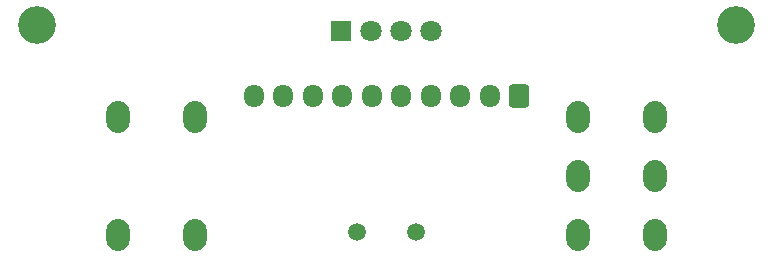
<source format=gbr>
%TF.GenerationSoftware,KiCad,Pcbnew,8.0.1*%
%TF.CreationDate,2024-08-04T00:00:00+09:00*%
%TF.ProjectId,UI-20240325,55492d32-3032-4343-9033-32352e6b6963,rev?*%
%TF.SameCoordinates,Original*%
%TF.FileFunction,Soldermask,Top*%
%TF.FilePolarity,Negative*%
%FSLAX46Y46*%
G04 Gerber Fmt 4.6, Leading zero omitted, Abs format (unit mm)*
G04 Created by KiCad (PCBNEW 8.0.1) date 2024-08-04 00:00:00*
%MOMM*%
%LPD*%
G01*
G04 APERTURE LIST*
G04 Aperture macros list*
%AMRoundRect*
0 Rectangle with rounded corners*
0 $1 Rounding radius*
0 $2 $3 $4 $5 $6 $7 $8 $9 X,Y pos of 4 corners*
0 Add a 4 corners polygon primitive as box body*
4,1,4,$2,$3,$4,$5,$6,$7,$8,$9,$2,$3,0*
0 Add four circle primitives for the rounded corners*
1,1,$1+$1,$2,$3*
1,1,$1+$1,$4,$5*
1,1,$1+$1,$6,$7*
1,1,$1+$1,$8,$9*
0 Add four rect primitives between the rounded corners*
20,1,$1+$1,$2,$3,$4,$5,0*
20,1,$1+$1,$4,$5,$6,$7,0*
20,1,$1+$1,$6,$7,$8,$9,0*
20,1,$1+$1,$8,$9,$2,$3,0*%
G04 Aperture macros list end*
%ADD10O,2.000000X2.700000*%
%ADD11C,3.200000*%
%ADD12C,1.800000*%
%ADD13R,1.800000X1.800000*%
%ADD14O,1.700000X1.950000*%
%ADD15RoundRect,0.250000X0.600000X0.725000X-0.600000X0.725000X-0.600000X-0.725000X0.600000X-0.725000X0*%
%ADD16C,1.500000*%
G04 APERTURE END LIST*
D10*
%TO.C,SW5*%
X16250000Y-21000000D03*
X22750000Y-21000000D03*
%TD*%
D11*
%TO.C,REF\u002A\u002A*%
X29560007Y-3200000D03*
%TD*%
D10*
%TO.C,SW4*%
X16250000Y-16000000D03*
X22750000Y-16000000D03*
%TD*%
%TO.C,SW3*%
X16250000Y-11000000D03*
X22750000Y-11000000D03*
%TD*%
D12*
%TO.C,U1*%
X3810000Y-3739997D03*
X1270000Y-3739997D03*
X-1270000Y-3739997D03*
D13*
X-3810000Y-3739997D03*
%TD*%
D11*
%TO.C,REF\u002A\u002A*%
X-29560007Y-3200000D03*
%TD*%
D10*
%TO.C,SW2*%
X-16250000Y-21000000D03*
X-22750000Y-21000000D03*
%TD*%
%TO.C,SW1*%
X-16250000Y-11000000D03*
X-22750000Y-11000000D03*
%TD*%
D14*
%TO.C,J1*%
X-11250000Y-9214997D03*
X-8750000Y-9214997D03*
X-6250000Y-9214997D03*
X-3750000Y-9214997D03*
X-1250000Y-9214997D03*
X1250000Y-9214997D03*
X3750000Y-9214997D03*
X6250000Y-9214997D03*
X8750000Y-9214997D03*
D15*
X11250000Y-9214997D03*
%TD*%
D16*
%TO.C,BZ1*%
X-2500000Y-20739997D03*
X2500000Y-20739997D03*
%TD*%
M02*

</source>
